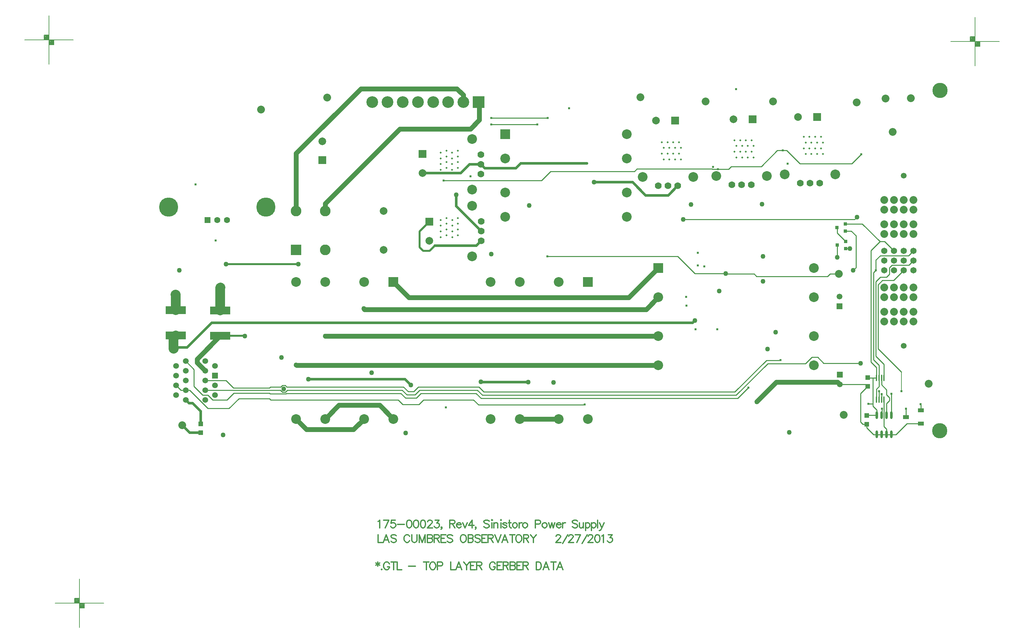
<source format=gtl>
%FSLAX23Y23*%
%MOIN*%
G70*
G01*
G75*
G04 Layer_Physical_Order=1*
G04 Layer_Color=255*
%ADD10O,0.024X0.079*%
%ADD11R,0.050X0.050*%
%ADD12O,0.014X0.067*%
%ADD13R,0.059X0.039*%
%ADD14R,0.036X0.036*%
%ADD15R,0.209X0.079*%
%ADD16C,0.010*%
%ADD17C,0.025*%
%ADD18C,0.050*%
%ADD19C,0.020*%
%ADD20C,0.100*%
%ADD21C,0.007*%
%ADD22C,0.012*%
%ADD23C,0.008*%
%ADD24C,0.012*%
%ADD25C,0.012*%
%ADD26R,0.100X0.100*%
%ADD27C,0.100*%
%ADD28R,0.100X0.100*%
%ADD29C,0.020*%
%ADD30C,0.063*%
%ADD31R,0.063X0.063*%
%ADD32C,0.070*%
%ADD33C,0.110*%
%ADD34R,0.110X0.110*%
%ADD35C,0.079*%
%ADD36C,0.059*%
%ADD37C,0.080*%
%ADD38C,0.065*%
%ADD39R,0.059X0.059*%
%ADD40R,0.059X0.059*%
%ADD41C,0.120*%
%ADD42R,0.120X0.120*%
%ADD43R,0.079X0.079*%
%ADD44R,0.079X0.079*%
%ADD45C,0.197*%
%ADD46C,0.157*%
%ADD47C,0.024*%
%ADD48C,0.050*%
D10*
X25236Y16008D02*
D03*
X25186D02*
D03*
X25136D02*
D03*
X25086D02*
D03*
X25236Y15811D02*
D03*
X25186D02*
D03*
X25136D02*
D03*
X25086D02*
D03*
D11*
X18136Y15830D02*
D03*
Y15920D02*
D03*
X24981Y15915D02*
D03*
Y16005D02*
D03*
X24991Y16305D02*
D03*
Y16395D02*
D03*
D12*
X25160Y16392D02*
D03*
X25134D02*
D03*
X25109D02*
D03*
X25083D02*
D03*
X25160Y16168D02*
D03*
X25134D02*
D03*
X25109D02*
D03*
X25083D02*
D03*
D13*
X25538Y16059D02*
D03*
X25385Y15990D02*
D03*
X25538Y15921D02*
D03*
D14*
X24764Y17797D02*
D03*
X24678Y17760D02*
D03*
X24764Y17723D02*
D03*
X24763Y17902D02*
D03*
X24677Y17939D02*
D03*
X24763Y17976D02*
D03*
D15*
X17879Y17089D02*
D03*
Y16829D02*
D03*
X18336Y17085D02*
D03*
Y16825D02*
D03*
D16*
X25160Y16392D02*
Y16533D01*
X25077Y16616D02*
X25160Y16533D01*
X25077Y16616D02*
Y17382D01*
X25123Y17428D01*
X25184D01*
X25215Y17459D01*
Y17526D01*
X25241Y17552D01*
X25416D01*
X25462Y17598D01*
X25413Y17649D02*
X25462Y17698D01*
X25122Y17649D02*
X25413D01*
X25077Y17604D02*
X25122Y17649D01*
X25077Y17500D02*
Y17604D01*
X25053Y17476D02*
X25077Y17500D01*
X25053Y16578D02*
Y17476D01*
X17882Y16314D02*
X17932Y16264D01*
X17982D01*
X18021D01*
X17982Y16564D02*
X18067Y16479D01*
Y16305D02*
Y16479D01*
Y16305D02*
X18156Y16216D01*
X18209D01*
X18259Y16166D01*
X23452Y18540D02*
X23562D01*
X23394D02*
X23452D01*
X24118Y18732D02*
X24160D01*
X24063D02*
X24118D01*
X24829Y18595D02*
X24927Y18693D01*
X24297Y18595D02*
X24829D01*
X24160Y18732D02*
X24297Y18595D01*
X23898Y18567D02*
X24063Y18732D01*
X23589Y18567D02*
X23898D01*
X23562Y18540D02*
X23589Y18567D01*
X23391Y18543D02*
X23394Y18540D01*
X22620Y18543D02*
X23391D01*
X22594Y18517D02*
X22620Y18543D01*
X21732Y18517D02*
X22594D01*
X21638Y18423D02*
X21732Y18517D01*
X20632Y18423D02*
X21638D01*
X21121Y19066D02*
X21123Y19064D01*
X21703D01*
X21699Y17641D02*
X23039D01*
X23216Y17464D01*
X23531D01*
X21594Y18999D02*
X21595Y18998D01*
X21121Y18999D02*
X21594D01*
X25119Y17794D02*
X25166D01*
X25262Y17698D01*
X25027Y17703D02*
X25119Y17794D01*
X24936Y17977D02*
X25119Y17794D01*
X24764Y17977D02*
X24936D01*
X24822Y17903D02*
X24871Y17854D01*
Y17527D02*
Y17854D01*
X24845Y17501D02*
X24871Y17527D01*
X24604Y17461D02*
X24694D01*
X24578Y17435D02*
X24604Y17461D01*
X23850Y17435D02*
X24578D01*
X24694Y17461D02*
X24696Y17463D01*
X23534Y17461D02*
X23824D01*
X23850Y17435D01*
X23096Y18021D02*
X24855D01*
X24881Y18047D01*
X24353Y16540D02*
X24418Y16605D01*
X24478D01*
X24540Y16543D01*
X24919D01*
X23952Y16573D02*
X24095D01*
X23654Y16182D02*
X23764Y16292D01*
X20991Y16116D02*
X22081D01*
X18528Y16179D02*
X18842D01*
X18477Y16236D02*
X18842D01*
X18182Y16264D02*
X18956D01*
X18472Y16289D02*
X18842D01*
X21018Y16182D02*
X23654D01*
X23965Y16540D02*
X24353D01*
X23640Y16215D02*
X23965Y16540D01*
X21032Y16215D02*
X23640D01*
X23627Y16248D02*
X23952Y16573D01*
X21045Y16248D02*
X23627D01*
X20994Y16299D02*
X21045Y16248D01*
X20372Y16299D02*
X20994D01*
X20980Y16266D02*
X21032Y16215D01*
X20385Y16266D02*
X20980D01*
X20966Y16233D02*
X21018Y16182D01*
X20399Y16233D02*
X20966D01*
X20939Y16167D02*
X20991Y16116D01*
X20324Y16252D02*
X20372Y16299D01*
X20220D02*
X20268Y16252D01*
X19020Y16299D02*
X20220D01*
X20427Y16167D02*
X20939D01*
X20379Y16120D02*
X20427Y16167D01*
X20213Y16120D02*
X20379D01*
X20166Y16167D02*
X20213Y16120D01*
X18854Y16167D02*
X20166D01*
X20352Y16186D02*
X20399Y16233D01*
X20241Y16186D02*
X20352D01*
X20193Y16233D02*
X20241Y16186D01*
X20338Y16219D02*
X20385Y16266D01*
X20254Y16219D02*
X20338D01*
X20207Y16266D02*
X20254Y16219D01*
X19026Y16266D02*
X20207D01*
X20268Y16252D02*
X20324D01*
X19005Y16315D02*
X19020Y16299D01*
X18976Y16315D02*
X19005D01*
X18960Y16299D02*
X18976Y16315D01*
X18853Y16299D02*
X18960D01*
X18842Y16289D02*
X18853Y16299D01*
X18848Y16230D02*
X19011D01*
X18842Y16236D02*
X18848Y16230D01*
X19005Y16245D02*
X19026Y16266D01*
X18956Y16264D02*
X18976Y16245D01*
X19014Y16233D02*
X20193D01*
X19011Y16230D02*
X19014Y16233D01*
X18976Y16245D02*
X19005D01*
X18842Y16179D02*
X18854Y16167D01*
X18427Y16078D02*
X18528Y16179D01*
X18208Y16078D02*
X18427D01*
X18021Y16264D02*
X18208Y16078D01*
X18407Y16166D02*
X18477Y16236D01*
X18259Y16166D02*
X18407D01*
X18397Y16364D02*
X18472Y16289D01*
X18182Y16364D02*
X18397D01*
X23531Y17464D02*
X23534Y17461D01*
X24678Y17634D02*
X24680Y17632D01*
X24678Y17634D02*
Y17760D01*
X25186Y15809D02*
X25282D01*
X25051D02*
X25186D01*
Y15811D02*
Y15866D01*
Y15809D02*
Y15811D01*
X25160Y15892D02*
X25186Y15866D01*
X25160Y15892D02*
Y16167D01*
X25160Y16168D02*
X25160Y16167D01*
X25394Y15921D02*
X25538D01*
X25282Y15809D02*
X25394Y15921D01*
X24981Y15879D02*
X25051Y15809D01*
X24981Y15879D02*
Y15915D01*
X24918Y16232D02*
X24991Y16305D01*
X24918Y15938D02*
Y16232D01*
Y15938D02*
X24941Y15915D01*
X24981D01*
X24972Y16324D02*
X24991Y16305D01*
X24707Y16324D02*
X24972D01*
X23852Y16145D02*
Y16148D01*
X24764Y17903D02*
X24822D01*
X24808Y17723D02*
X24810Y17721D01*
X24764Y17723D02*
X24808D01*
X24678Y17883D02*
X24764Y17797D01*
X24678Y17883D02*
Y17940D01*
X24985Y16008D02*
X25086D01*
X24981Y16005D02*
X24985Y16008D01*
X25083Y16168D02*
Y16278D01*
X25109Y16303D01*
Y16392D01*
Y16168D02*
Y16254D01*
X25134Y16168D02*
Y16227D01*
X25236Y16008D02*
Y16228D01*
X25186Y16008D02*
Y16128D01*
X25216Y16158D01*
Y16189D01*
X25186Y16219D02*
X25216Y16189D01*
X25186Y16219D02*
Y16270D01*
X25134Y16322D02*
X25186Y16270D01*
X25134Y16322D02*
Y16392D01*
X25385Y15990D02*
Y16074D01*
X25384Y16074D02*
X25385Y16074D01*
X25138Y16010D02*
Y16075D01*
X25136Y16008D02*
X25138Y16010D01*
X25083Y16392D02*
Y16499D01*
X24991Y16395D02*
X24994Y16392D01*
X25086Y16008D02*
Y16063D01*
X25047Y16102D02*
X25086Y16063D01*
X24994Y16392D02*
X25047D01*
X25083D01*
X25538Y16059D02*
Y16121D01*
X25537Y16122D02*
X25538Y16121D01*
X25047Y16102D02*
Y16124D01*
Y16392D01*
X24998Y16124D02*
X25047D01*
X25027Y16555D02*
X25083Y16499D01*
X25027Y16555D02*
Y17703D01*
X25053Y16578D02*
X25109Y16523D01*
Y16392D02*
Y16523D01*
X25258Y17394D02*
X25362Y17498D01*
X25143Y17394D02*
X25258D01*
X25098Y17349D02*
X25143Y17394D01*
X25098Y16693D02*
Y17349D01*
Y16693D02*
X25338Y16453D01*
D17*
X17982Y16164D02*
X18014Y16133D01*
X18053D01*
X21727Y16959D02*
X23193D01*
X18249D02*
X21727D01*
X18053Y16133D02*
X18136Y16050D01*
Y15920D02*
Y16050D01*
X17945Y15906D02*
X18021Y15830D01*
X18136D01*
X23193Y16959D02*
X23215Y16981D01*
X17995Y16705D02*
X18249Y16959D01*
X17872Y16705D02*
X17995D01*
X17858Y16691D02*
X17872Y16705D01*
X20761Y18160D02*
Y18274D01*
Y18160D02*
X21019Y17903D01*
X22941Y18270D02*
X23039Y18369D01*
X22710Y18270D02*
X22941D01*
X22576Y18404D02*
X22710Y18270D01*
X22179Y18404D02*
X22576D01*
X20415Y18499D02*
X20809D01*
X20900Y18590D01*
X21016D01*
X21056Y18550D01*
X21375D01*
X21424Y18599D01*
X22104D01*
X20543Y17752D02*
X20968D01*
X21019Y17803D01*
X21015Y16353D02*
X21018Y16350D01*
X21502D01*
X20237Y16379D02*
X20296Y16320D01*
X19242Y16379D02*
X20237D01*
D18*
X18098Y16548D02*
X18182Y16464D01*
X18098Y16548D02*
Y16587D01*
X19116Y18110D02*
Y18701D01*
X20908Y18953D02*
X21000Y19045D01*
X20182Y18953D02*
X20908D01*
X19416Y18187D02*
X20182Y18953D01*
X19416Y18110D02*
Y18187D01*
X19122Y16521D02*
X20007D01*
X19116Y16527D02*
X19122Y16521D01*
X19811Y17105D02*
X19820Y17096D01*
X24682Y16349D02*
X24707Y16324D01*
X24053Y16349D02*
X24682D01*
X23852Y16148D02*
X24053Y16349D01*
X20007Y16521D02*
X22839D01*
X19974D02*
X20007D01*
X19973Y16822D02*
X19974Y16821D01*
X19416Y16822D02*
X19973D01*
X21414Y15970D02*
X21814D01*
X19115D02*
X19223Y15862D01*
X19707D01*
X19815Y15970D01*
X19415D02*
X19556Y16111D01*
X19974D01*
X20115Y15970D01*
X18098Y16587D02*
X18336Y16825D01*
X19974Y16821D02*
X22839D01*
X22714Y17096D02*
X22839Y17221D01*
X19820Y17096D02*
X22714D01*
X22536Y17218D02*
X22839Y17521D01*
X20277Y17218D02*
X22536D01*
X20115Y17380D02*
X20277Y17218D01*
X19116Y18701D02*
X19782Y19367D01*
X20770D01*
X20836Y19301D01*
Y19228D02*
Y19301D01*
X21000Y19045D02*
Y19220D01*
X20992Y19228D02*
X21000Y19220D01*
D19*
X18587Y16825D02*
X18590Y16822D01*
X18336Y16825D02*
X18587D01*
X18395Y17561D02*
X19140D01*
X20385Y17898D02*
X20486Y17998D01*
X20385Y17736D02*
Y17898D01*
Y17736D02*
X20423Y17698D01*
X20490D01*
X20543Y17752D01*
D20*
X17857Y16691D02*
Y16807D01*
X18336Y17319D02*
X18340Y17323D01*
X18336Y17085D02*
Y17319D01*
X17857Y16691D02*
X17858D01*
X17857Y16807D02*
X17879Y16829D01*
X17877Y17250D02*
X17879Y17248D01*
Y17089D02*
Y17248D01*
D21*
X25338Y16254D02*
Y16453D01*
X23639Y19363D02*
X23644Y19359D01*
D22*
X19956Y14499D02*
Y14454D01*
X19937Y14488D02*
X19975Y14465D01*
Y14488D02*
X19937Y14465D01*
X19995Y14427D02*
X19991Y14423D01*
X19995Y14419D01*
X19999Y14423D01*
X19995Y14427D01*
X20074Y14480D02*
X20070Y14488D01*
X20062Y14496D01*
X20055Y14499D01*
X20039D01*
X20032Y14496D01*
X20024Y14488D01*
X20020Y14480D01*
X20017Y14469D01*
Y14450D01*
X20020Y14439D01*
X20024Y14431D01*
X20032Y14423D01*
X20039Y14419D01*
X20055D01*
X20062Y14423D01*
X20070Y14431D01*
X20074Y14439D01*
Y14450D01*
X20055D02*
X20074D01*
X20119Y14499D02*
Y14419D01*
X20092Y14499D02*
X20145D01*
X20155D02*
Y14419D01*
X20201D01*
X20272Y14454D02*
X20341D01*
X20454Y14499D02*
Y14419D01*
X20427Y14499D02*
X20481D01*
X20513D02*
X20505Y14496D01*
X20498Y14488D01*
X20494Y14480D01*
X20490Y14469D01*
Y14450D01*
X20494Y14439D01*
X20498Y14431D01*
X20505Y14423D01*
X20513Y14419D01*
X20528D01*
X20536Y14423D01*
X20543Y14431D01*
X20547Y14439D01*
X20551Y14450D01*
Y14469D01*
X20547Y14480D01*
X20543Y14488D01*
X20536Y14496D01*
X20528Y14499D01*
X20513D01*
X20570Y14458D02*
X20604D01*
X20615Y14461D01*
X20619Y14465D01*
X20623Y14473D01*
Y14484D01*
X20619Y14492D01*
X20615Y14496D01*
X20604Y14499D01*
X20570D01*
Y14419D01*
X20704Y14499D02*
Y14419D01*
X20749D01*
X20819D02*
X20789Y14499D01*
X20758Y14419D01*
X20770Y14446D02*
X20808D01*
X20838Y14499D02*
X20868Y14461D01*
Y14419D01*
X20899Y14499D02*
X20868Y14461D01*
X20959Y14499D02*
X20909D01*
Y14419D01*
X20959D01*
X20909Y14461D02*
X20939D01*
X20972Y14499D02*
Y14419D01*
Y14499D02*
X21006D01*
X21018Y14496D01*
X21021Y14492D01*
X21025Y14484D01*
Y14477D01*
X21021Y14469D01*
X21018Y14465D01*
X21006Y14461D01*
X20972D01*
X20999D02*
X21025Y14419D01*
X21163Y14480D02*
X21159Y14488D01*
X21152Y14496D01*
X21144Y14499D01*
X21129D01*
X21121Y14496D01*
X21114Y14488D01*
X21110Y14480D01*
X21106Y14469D01*
Y14450D01*
X21110Y14439D01*
X21114Y14431D01*
X21121Y14423D01*
X21129Y14419D01*
X21144D01*
X21152Y14423D01*
X21159Y14431D01*
X21163Y14439D01*
Y14450D01*
X21144D02*
X21163D01*
X21231Y14499D02*
X21181D01*
Y14419D01*
X21231D01*
X21181Y14461D02*
X21212D01*
X21244Y14499D02*
Y14419D01*
Y14499D02*
X21278D01*
X21290Y14496D01*
X21294Y14492D01*
X21297Y14484D01*
Y14477D01*
X21294Y14469D01*
X21290Y14465D01*
X21278Y14461D01*
X21244D01*
X21271D02*
X21297Y14419D01*
X21315Y14499D02*
Y14419D01*
Y14499D02*
X21350D01*
X21361Y14496D01*
X21365Y14492D01*
X21369Y14484D01*
Y14477D01*
X21365Y14469D01*
X21361Y14465D01*
X21350Y14461D01*
X21315D02*
X21350D01*
X21361Y14458D01*
X21365Y14454D01*
X21369Y14446D01*
Y14435D01*
X21365Y14427D01*
X21361Y14423D01*
X21350Y14419D01*
X21315D01*
X21436Y14499D02*
X21387D01*
Y14419D01*
X21436D01*
X21387Y14461D02*
X21417D01*
X21449Y14499D02*
Y14419D01*
Y14499D02*
X21484D01*
X21495Y14496D01*
X21499Y14492D01*
X21503Y14484D01*
Y14477D01*
X21499Y14469D01*
X21495Y14465D01*
X21484Y14461D01*
X21449D01*
X21476D02*
X21503Y14419D01*
X21584Y14499D02*
Y14419D01*
Y14499D02*
X21610D01*
X21622Y14496D01*
X21629Y14488D01*
X21633Y14480D01*
X21637Y14469D01*
Y14450D01*
X21633Y14439D01*
X21629Y14431D01*
X21622Y14423D01*
X21610Y14419D01*
X21584D01*
X21716D02*
X21685Y14499D01*
X21655Y14419D01*
X21666Y14446D02*
X21704D01*
X21761Y14499D02*
Y14419D01*
X21734Y14499D02*
X21788D01*
X21858Y14419D02*
X21828Y14499D01*
X21797Y14419D01*
X21809Y14446D02*
X21847D01*
D23*
X26066Y19877D02*
X26076D01*
X26066Y19872D02*
Y19882D01*
Y19872D02*
X26076D01*
Y19882D01*
X26066D02*
X26076D01*
X26061Y19867D02*
Y19882D01*
Y19867D02*
X26081D01*
Y19887D01*
X26061D02*
X26081D01*
X26056Y19862D02*
Y19887D01*
Y19862D02*
X26086D01*
Y19892D01*
X26056D02*
X26086D01*
X26051Y19857D02*
Y19897D01*
Y19857D02*
X26091D01*
Y19897D01*
X26051D02*
X26091D01*
X26116Y19827D02*
X26126D01*
X26116Y19822D02*
Y19832D01*
Y19822D02*
X26126D01*
Y19832D01*
X26116D02*
X26126D01*
X26111Y19817D02*
Y19832D01*
Y19817D02*
X26131D01*
Y19837D01*
X26111D02*
X26131D01*
X26106Y19812D02*
Y19837D01*
Y19812D02*
X26136D01*
Y19842D01*
X26106D02*
X26136D01*
X26101Y19807D02*
Y19847D01*
Y19807D02*
X26141D01*
Y19847D01*
X26101D02*
X26141D01*
X26096Y19802D02*
X26146D01*
Y19852D01*
X26046Y19902D02*
X26096D01*
X26046Y19852D02*
Y19902D01*
X26096Y19602D02*
Y20102D01*
X25846Y19852D02*
X26346D01*
X16547Y19893D02*
X16557D01*
X16547Y19888D02*
Y19898D01*
Y19888D02*
X16557D01*
Y19898D01*
X16547D02*
X16557D01*
X16542Y19883D02*
Y19898D01*
Y19883D02*
X16562D01*
Y19903D01*
X16542D02*
X16562D01*
X16537Y19878D02*
Y19903D01*
Y19878D02*
X16567D01*
Y19908D01*
X16537D02*
X16567D01*
X16532Y19873D02*
Y19913D01*
Y19873D02*
X16572D01*
Y19913D01*
X16532D02*
X16572D01*
X16597Y19843D02*
X16607D01*
X16597Y19838D02*
Y19848D01*
Y19838D02*
X16607D01*
Y19848D01*
X16597D02*
X16607D01*
X16592Y19833D02*
Y19848D01*
Y19833D02*
X16612D01*
Y19853D01*
X16592D02*
X16612D01*
X16587Y19828D02*
Y19853D01*
Y19828D02*
X16617D01*
Y19858D01*
X16587D02*
X16617D01*
X16582Y19823D02*
Y19863D01*
Y19823D02*
X16622D01*
Y19863D01*
X16582D02*
X16622D01*
X16577Y19818D02*
X16627D01*
Y19868D01*
X16527Y19918D02*
X16577D01*
X16527Y19868D02*
Y19918D01*
X16577Y19618D02*
Y20118D01*
X16327Y19868D02*
X16827D01*
X16860Y14102D02*
X16870D01*
X16860Y14097D02*
Y14107D01*
Y14097D02*
X16870D01*
Y14107D01*
X16860D02*
X16870D01*
X16855Y14092D02*
Y14107D01*
Y14092D02*
X16875D01*
Y14112D01*
X16855D02*
X16875D01*
X16850Y14087D02*
Y14112D01*
Y14087D02*
X16880D01*
Y14117D01*
X16850D02*
X16880D01*
X16845Y14082D02*
Y14122D01*
Y14082D02*
X16885D01*
Y14122D01*
X16845D02*
X16885D01*
X16910Y14052D02*
X16920D01*
X16910Y14047D02*
Y14057D01*
Y14047D02*
X16920D01*
Y14057D01*
X16910D02*
X16920D01*
X16905Y14042D02*
Y14057D01*
Y14042D02*
X16925D01*
Y14062D01*
X16905D02*
X16925D01*
X16900Y14037D02*
Y14062D01*
Y14037D02*
X16930D01*
Y14067D01*
X16900D02*
X16930D01*
X16895Y14032D02*
Y14072D01*
Y14032D02*
X16935D01*
Y14072D01*
X16895D02*
X16935D01*
X16890Y14027D02*
X16940D01*
Y14077D01*
X16840Y14127D02*
X16890D01*
X16840Y14077D02*
Y14127D01*
X16890Y13827D02*
Y14327D01*
X16640Y14077D02*
X17140D01*
D24*
X19958Y14780D02*
Y14700D01*
X20004D01*
X20073D02*
X20043Y14780D01*
X20013Y14700D01*
X20024Y14727D02*
X20062D01*
X20145Y14769D02*
X20138Y14776D01*
X20126Y14780D01*
X20111D01*
X20100Y14776D01*
X20092Y14769D01*
Y14761D01*
X20096Y14753D01*
X20100Y14750D01*
X20107Y14746D01*
X20130Y14738D01*
X20138Y14734D01*
X20142Y14731D01*
X20145Y14723D01*
Y14711D01*
X20138Y14704D01*
X20126Y14700D01*
X20111D01*
X20100Y14704D01*
X20092Y14711D01*
X20283Y14761D02*
X20280Y14769D01*
X20272Y14776D01*
X20264Y14780D01*
X20249D01*
X20241Y14776D01*
X20234Y14769D01*
X20230Y14761D01*
X20226Y14750D01*
Y14731D01*
X20230Y14719D01*
X20234Y14711D01*
X20241Y14704D01*
X20249Y14700D01*
X20264D01*
X20272Y14704D01*
X20280Y14711D01*
X20283Y14719D01*
X20306Y14780D02*
Y14723D01*
X20310Y14711D01*
X20317Y14704D01*
X20329Y14700D01*
X20336D01*
X20348Y14704D01*
X20355Y14711D01*
X20359Y14723D01*
Y14780D01*
X20381D02*
Y14700D01*
Y14780D02*
X20412Y14700D01*
X20442Y14780D02*
X20412Y14700D01*
X20442Y14780D02*
Y14700D01*
X20465Y14780D02*
Y14700D01*
Y14780D02*
X20499D01*
X20511Y14776D01*
X20515Y14772D01*
X20518Y14765D01*
Y14757D01*
X20515Y14750D01*
X20511Y14746D01*
X20499Y14742D01*
X20465D02*
X20499D01*
X20511Y14738D01*
X20515Y14734D01*
X20518Y14727D01*
Y14715D01*
X20515Y14708D01*
X20511Y14704D01*
X20499Y14700D01*
X20465D01*
X20536Y14780D02*
Y14700D01*
Y14780D02*
X20570D01*
X20582Y14776D01*
X20586Y14772D01*
X20590Y14765D01*
Y14757D01*
X20586Y14750D01*
X20582Y14746D01*
X20570Y14742D01*
X20536D01*
X20563D02*
X20590Y14700D01*
X20657Y14780D02*
X20607D01*
Y14700D01*
X20657D01*
X20607Y14742D02*
X20638D01*
X20724Y14769D02*
X20716Y14776D01*
X20705Y14780D01*
X20689D01*
X20678Y14776D01*
X20670Y14769D01*
Y14761D01*
X20674Y14753D01*
X20678Y14750D01*
X20686Y14746D01*
X20708Y14738D01*
X20716Y14734D01*
X20720Y14731D01*
X20724Y14723D01*
Y14711D01*
X20716Y14704D01*
X20705Y14700D01*
X20689D01*
X20678Y14704D01*
X20670Y14711D01*
X20827Y14780D02*
X20820Y14776D01*
X20812Y14769D01*
X20808Y14761D01*
X20804Y14750D01*
Y14731D01*
X20808Y14719D01*
X20812Y14711D01*
X20820Y14704D01*
X20827Y14700D01*
X20842D01*
X20850Y14704D01*
X20858Y14711D01*
X20861Y14719D01*
X20865Y14731D01*
Y14750D01*
X20861Y14761D01*
X20858Y14769D01*
X20850Y14776D01*
X20842Y14780D01*
X20827D01*
X20884D02*
Y14700D01*
Y14780D02*
X20918D01*
X20930Y14776D01*
X20933Y14772D01*
X20937Y14765D01*
Y14757D01*
X20933Y14750D01*
X20930Y14746D01*
X20918Y14742D01*
X20884D02*
X20918D01*
X20930Y14738D01*
X20933Y14734D01*
X20937Y14727D01*
Y14715D01*
X20933Y14708D01*
X20930Y14704D01*
X20918Y14700D01*
X20884D01*
X21008Y14769D02*
X21001Y14776D01*
X20989Y14780D01*
X20974D01*
X20963Y14776D01*
X20955Y14769D01*
Y14761D01*
X20959Y14753D01*
X20963Y14750D01*
X20970Y14746D01*
X20993Y14738D01*
X21001Y14734D01*
X21005Y14731D01*
X21008Y14723D01*
Y14711D01*
X21001Y14704D01*
X20989Y14700D01*
X20974D01*
X20963Y14704D01*
X20955Y14711D01*
X21076Y14780D02*
X21026D01*
Y14700D01*
X21076D01*
X21026Y14742D02*
X21057D01*
X21089Y14780D02*
Y14700D01*
Y14780D02*
X21124D01*
X21135Y14776D01*
X21139Y14772D01*
X21143Y14765D01*
Y14757D01*
X21139Y14750D01*
X21135Y14746D01*
X21124Y14742D01*
X21089D01*
X21116D02*
X21143Y14700D01*
X21160Y14780D02*
X21191Y14700D01*
X21221Y14780D02*
X21191Y14700D01*
X21293D02*
X21262Y14780D01*
X21232Y14700D01*
X21243Y14727D02*
X21281D01*
X21338Y14780D02*
Y14700D01*
X21311Y14780D02*
X21365D01*
X21397D02*
X21389Y14776D01*
X21382Y14769D01*
X21378Y14761D01*
X21374Y14750D01*
Y14731D01*
X21378Y14719D01*
X21382Y14711D01*
X21389Y14704D01*
X21397Y14700D01*
X21412D01*
X21420Y14704D01*
X21427Y14711D01*
X21431Y14719D01*
X21435Y14731D01*
Y14750D01*
X21431Y14761D01*
X21427Y14769D01*
X21420Y14776D01*
X21412Y14780D01*
X21397D01*
X21454D02*
Y14700D01*
Y14780D02*
X21488D01*
X21499Y14776D01*
X21503Y14772D01*
X21507Y14765D01*
Y14757D01*
X21503Y14750D01*
X21499Y14746D01*
X21488Y14742D01*
X21454D01*
X21480D02*
X21507Y14700D01*
X21525Y14780D02*
X21555Y14742D01*
Y14700D01*
X21586Y14780D02*
X21555Y14742D01*
X21789Y14761D02*
Y14765D01*
X21792Y14772D01*
X21796Y14776D01*
X21804Y14780D01*
X21819D01*
X21827Y14776D01*
X21830Y14772D01*
X21834Y14765D01*
Y14757D01*
X21830Y14750D01*
X21823Y14738D01*
X21785Y14700D01*
X21838D01*
X21856Y14689D02*
X21909Y14780D01*
X21918Y14761D02*
Y14765D01*
X21922Y14772D01*
X21926Y14776D01*
X21934Y14780D01*
X21949D01*
X21956Y14776D01*
X21960Y14772D01*
X21964Y14765D01*
Y14757D01*
X21960Y14750D01*
X21953Y14738D01*
X21915Y14700D01*
X21968D01*
X22039Y14780D02*
X22001Y14700D01*
X21986Y14780D02*
X22039D01*
X22057Y14689D02*
X22110Y14780D01*
X22119Y14761D02*
Y14765D01*
X22123Y14772D01*
X22127Y14776D01*
X22135Y14780D01*
X22150D01*
X22158Y14776D01*
X22161Y14772D01*
X22165Y14765D01*
Y14757D01*
X22161Y14750D01*
X22154Y14738D01*
X22116Y14700D01*
X22169D01*
X22210Y14780D02*
X22198Y14776D01*
X22191Y14765D01*
X22187Y14746D01*
Y14734D01*
X22191Y14715D01*
X22198Y14704D01*
X22210Y14700D01*
X22217D01*
X22229Y14704D01*
X22236Y14715D01*
X22240Y14734D01*
Y14746D01*
X22236Y14765D01*
X22229Y14776D01*
X22217Y14780D01*
X22210D01*
X22258Y14765D02*
X22266Y14769D01*
X22277Y14780D01*
Y14700D01*
X22324Y14780D02*
X22366D01*
X22343Y14750D01*
X22355D01*
X22362Y14746D01*
X22366Y14742D01*
X22370Y14731D01*
Y14723D01*
X22366Y14711D01*
X22359Y14704D01*
X22347Y14700D01*
X22336D01*
X22324Y14704D01*
X22321Y14708D01*
X22317Y14715D01*
D25*
X19958Y14915D02*
X19966Y14919D01*
X19977Y14930D01*
Y14850D01*
X20070Y14930D02*
X20032Y14850D01*
X20017Y14930D02*
X20070D01*
X20134D02*
X20096D01*
X20092Y14896D01*
X20096Y14900D01*
X20107Y14903D01*
X20118D01*
X20130Y14900D01*
X20137Y14892D01*
X20141Y14881D01*
Y14873D01*
X20137Y14861D01*
X20130Y14854D01*
X20118Y14850D01*
X20107D01*
X20096Y14854D01*
X20092Y14858D01*
X20088Y14865D01*
X20159Y14884D02*
X20228D01*
X20274Y14930D02*
X20263Y14926D01*
X20255Y14915D01*
X20251Y14896D01*
Y14884D01*
X20255Y14865D01*
X20263Y14854D01*
X20274Y14850D01*
X20282D01*
X20293Y14854D01*
X20301Y14865D01*
X20305Y14884D01*
Y14896D01*
X20301Y14915D01*
X20293Y14926D01*
X20282Y14930D01*
X20274D01*
X20345D02*
X20334Y14926D01*
X20326Y14915D01*
X20323Y14896D01*
Y14884D01*
X20326Y14865D01*
X20334Y14854D01*
X20345Y14850D01*
X20353D01*
X20364Y14854D01*
X20372Y14865D01*
X20376Y14884D01*
Y14896D01*
X20372Y14915D01*
X20364Y14926D01*
X20353Y14930D01*
X20345D01*
X20417D02*
X20405Y14926D01*
X20398Y14915D01*
X20394Y14896D01*
Y14884D01*
X20398Y14865D01*
X20405Y14854D01*
X20417Y14850D01*
X20424D01*
X20436Y14854D01*
X20443Y14865D01*
X20447Y14884D01*
Y14896D01*
X20443Y14915D01*
X20436Y14926D01*
X20424Y14930D01*
X20417D01*
X20469Y14911D02*
Y14915D01*
X20473Y14922D01*
X20476Y14926D01*
X20484Y14930D01*
X20499D01*
X20507Y14926D01*
X20511Y14922D01*
X20515Y14915D01*
Y14907D01*
X20511Y14900D01*
X20503Y14888D01*
X20465Y14850D01*
X20518D01*
X20544Y14930D02*
X20586D01*
X20563Y14900D01*
X20574D01*
X20582Y14896D01*
X20586Y14892D01*
X20590Y14881D01*
Y14873D01*
X20586Y14861D01*
X20578Y14854D01*
X20567Y14850D01*
X20555D01*
X20544Y14854D01*
X20540Y14858D01*
X20536Y14865D01*
X20615Y14854D02*
X20611Y14850D01*
X20607Y14854D01*
X20611Y14858D01*
X20615Y14854D01*
Y14846D01*
X20611Y14839D01*
X20607Y14835D01*
X20695Y14930D02*
Y14850D01*
Y14930D02*
X20730D01*
X20741Y14926D01*
X20745Y14922D01*
X20749Y14915D01*
Y14907D01*
X20745Y14900D01*
X20741Y14896D01*
X20730Y14892D01*
X20695D01*
X20722D02*
X20749Y14850D01*
X20767Y14881D02*
X20812D01*
Y14888D01*
X20809Y14896D01*
X20805Y14900D01*
X20797Y14903D01*
X20786D01*
X20778Y14900D01*
X20770Y14892D01*
X20767Y14881D01*
Y14873D01*
X20770Y14861D01*
X20778Y14854D01*
X20786Y14850D01*
X20797D01*
X20805Y14854D01*
X20812Y14861D01*
X20829Y14903D02*
X20852Y14850D01*
X20875Y14903D02*
X20852Y14850D01*
X20926Y14930D02*
X20888Y14877D01*
X20945D01*
X20926Y14930D02*
Y14850D01*
X20967Y14854D02*
X20963Y14850D01*
X20959Y14854D01*
X20963Y14858D01*
X20967Y14854D01*
Y14846D01*
X20963Y14839D01*
X20959Y14835D01*
X21101Y14919D02*
X21093Y14926D01*
X21082Y14930D01*
X21066D01*
X21055Y14926D01*
X21047Y14919D01*
Y14911D01*
X21051Y14903D01*
X21055Y14900D01*
X21063Y14896D01*
X21085Y14888D01*
X21093Y14884D01*
X21097Y14881D01*
X21101Y14873D01*
Y14861D01*
X21093Y14854D01*
X21082Y14850D01*
X21066D01*
X21055Y14854D01*
X21047Y14861D01*
X21126Y14930D02*
X21130Y14926D01*
X21134Y14930D01*
X21130Y14934D01*
X21126Y14930D01*
X21130Y14903D02*
Y14850D01*
X21148Y14903D02*
Y14850D01*
Y14888D02*
X21159Y14900D01*
X21167Y14903D01*
X21178D01*
X21186Y14900D01*
X21190Y14888D01*
Y14850D01*
X21218Y14930D02*
X21222Y14926D01*
X21226Y14930D01*
X21222Y14934D01*
X21218Y14930D01*
X21222Y14903D02*
Y14850D01*
X21282Y14892D02*
X21278Y14900D01*
X21267Y14903D01*
X21255D01*
X21244Y14900D01*
X21240Y14892D01*
X21244Y14884D01*
X21251Y14881D01*
X21271Y14877D01*
X21278Y14873D01*
X21282Y14865D01*
Y14861D01*
X21278Y14854D01*
X21267Y14850D01*
X21255D01*
X21244Y14854D01*
X21240Y14861D01*
X21310Y14930D02*
Y14865D01*
X21314Y14854D01*
X21322Y14850D01*
X21329D01*
X21299Y14903D02*
X21325D01*
X21360D02*
X21352Y14900D01*
X21344Y14892D01*
X21341Y14881D01*
Y14873D01*
X21344Y14861D01*
X21352Y14854D01*
X21360Y14850D01*
X21371D01*
X21379Y14854D01*
X21386Y14861D01*
X21390Y14873D01*
Y14881D01*
X21386Y14892D01*
X21379Y14900D01*
X21371Y14903D01*
X21360D01*
X21408D02*
Y14850D01*
Y14881D02*
X21411Y14892D01*
X21419Y14900D01*
X21427Y14903D01*
X21438D01*
X21464D02*
X21457Y14900D01*
X21449Y14892D01*
X21445Y14881D01*
Y14873D01*
X21449Y14861D01*
X21457Y14854D01*
X21464Y14850D01*
X21476D01*
X21483Y14854D01*
X21491Y14861D01*
X21495Y14873D01*
Y14881D01*
X21491Y14892D01*
X21483Y14900D01*
X21476Y14903D01*
X21464D01*
X21575Y14888D02*
X21610D01*
X21621Y14892D01*
X21625Y14896D01*
X21629Y14903D01*
Y14915D01*
X21625Y14922D01*
X21621Y14926D01*
X21610Y14930D01*
X21575D01*
Y14850D01*
X21665Y14903D02*
X21658Y14900D01*
X21650Y14892D01*
X21646Y14881D01*
Y14873D01*
X21650Y14861D01*
X21658Y14854D01*
X21665Y14850D01*
X21677D01*
X21685Y14854D01*
X21692Y14861D01*
X21696Y14873D01*
Y14881D01*
X21692Y14892D01*
X21685Y14900D01*
X21677Y14903D01*
X21665D01*
X21713D02*
X21729Y14850D01*
X21744Y14903D02*
X21729Y14850D01*
X21744Y14903D02*
X21759Y14850D01*
X21774Y14903D02*
X21759Y14850D01*
X21793Y14881D02*
X21839D01*
Y14888D01*
X21835Y14896D01*
X21831Y14900D01*
X21824Y14903D01*
X21812D01*
X21805Y14900D01*
X21797Y14892D01*
X21793Y14881D01*
Y14873D01*
X21797Y14861D01*
X21805Y14854D01*
X21812Y14850D01*
X21824D01*
X21831Y14854D01*
X21839Y14861D01*
X21856Y14903D02*
Y14850D01*
Y14881D02*
X21860Y14892D01*
X21867Y14900D01*
X21875Y14903D01*
X21886D01*
X22010Y14919D02*
X22002Y14926D01*
X21991Y14930D01*
X21976D01*
X21964Y14926D01*
X21956Y14919D01*
Y14911D01*
X21960Y14903D01*
X21964Y14900D01*
X21972Y14896D01*
X21995Y14888D01*
X22002Y14884D01*
X22006Y14881D01*
X22010Y14873D01*
Y14861D01*
X22002Y14854D01*
X21991Y14850D01*
X21976D01*
X21964Y14854D01*
X21956Y14861D01*
X22028Y14903D02*
Y14865D01*
X22032Y14854D01*
X22039Y14850D01*
X22051D01*
X22058Y14854D01*
X22070Y14865D01*
Y14903D02*
Y14850D01*
X22091Y14903D02*
Y14823D01*
Y14892D02*
X22098Y14900D01*
X22106Y14903D01*
X22117D01*
X22125Y14900D01*
X22132Y14892D01*
X22136Y14881D01*
Y14873D01*
X22132Y14861D01*
X22125Y14854D01*
X22117Y14850D01*
X22106D01*
X22098Y14854D01*
X22091Y14861D01*
X22153Y14903D02*
Y14823D01*
Y14892D02*
X22161Y14900D01*
X22169Y14903D01*
X22180D01*
X22188Y14900D01*
X22195Y14892D01*
X22199Y14881D01*
Y14873D01*
X22195Y14861D01*
X22188Y14854D01*
X22180Y14850D01*
X22169D01*
X22161Y14854D01*
X22153Y14861D01*
X22216Y14930D02*
Y14850D01*
X22237Y14903D02*
X22260Y14850D01*
X22283Y14903D02*
X22260Y14850D01*
X22252Y14835D01*
X22244Y14827D01*
X22237Y14823D01*
X22233D01*
D26*
X22839Y17521D02*
D03*
X21265Y18900D02*
D03*
D27*
X22839Y17221D02*
D03*
Y16821D02*
D03*
Y16521D02*
D03*
X24439D02*
D03*
Y16821D02*
D03*
Y17221D02*
D03*
Y17521D02*
D03*
X22515Y18900D02*
D03*
Y18650D02*
D03*
Y18300D02*
D03*
Y18050D02*
D03*
X21265D02*
D03*
Y18300D02*
D03*
Y18650D02*
D03*
X21814Y17380D02*
D03*
X21414D02*
D03*
X21114D02*
D03*
Y15970D02*
D03*
X21414D02*
D03*
X21814D02*
D03*
X22114D02*
D03*
X22679Y18460D02*
D03*
X23199D02*
D03*
X20927Y17643D02*
D03*
Y18163D02*
D03*
X20925Y18330D02*
D03*
Y18850D02*
D03*
X19815Y17380D02*
D03*
X19415D02*
D03*
X19115D02*
D03*
Y15970D02*
D03*
X19415D02*
D03*
X19815D02*
D03*
X20115D02*
D03*
X24139Y18486D02*
D03*
X24659D02*
D03*
X23435Y18469D02*
D03*
X23955D02*
D03*
D28*
X22114Y17380D02*
D03*
X20115D02*
D03*
D29*
X24512Y18871D02*
D03*
X24453D02*
D03*
X24393D02*
D03*
X24334D02*
D03*
X24354Y18812D02*
D03*
X24413D02*
D03*
X24472D02*
D03*
X24531D02*
D03*
X24512Y18753D02*
D03*
X24453D02*
D03*
X24393D02*
D03*
X24334D02*
D03*
X24354Y18694D02*
D03*
X24413D02*
D03*
X24472D02*
D03*
X24531D02*
D03*
X20603Y18017D02*
D03*
X20603Y17958D02*
D03*
Y17899D02*
D03*
Y17840D02*
D03*
X20662Y17860D02*
D03*
X20662Y17919D02*
D03*
X20662Y17978D02*
D03*
X20662Y18037D02*
D03*
X20721Y18017D02*
D03*
Y17958D02*
D03*
Y17899D02*
D03*
Y17840D02*
D03*
X20780Y17860D02*
D03*
X20780Y17919D02*
D03*
X20780Y17978D02*
D03*
X20780Y18037D02*
D03*
X20602Y18709D02*
D03*
X20602Y18650D02*
D03*
Y18591D02*
D03*
Y18532D02*
D03*
X20661Y18552D02*
D03*
X20661Y18611D02*
D03*
X20661Y18670D02*
D03*
X20661Y18729D02*
D03*
X20720Y18709D02*
D03*
Y18650D02*
D03*
Y18591D02*
D03*
Y18532D02*
D03*
X20779Y18552D02*
D03*
X20779Y18611D02*
D03*
X20779Y18670D02*
D03*
X20779Y18729D02*
D03*
X23800Y18837D02*
D03*
X23740Y18837D02*
D03*
X23681D02*
D03*
X23622D02*
D03*
X23642Y18778D02*
D03*
X23701Y18778D02*
D03*
X23760Y18778D02*
D03*
X23819Y18778D02*
D03*
X23800Y18719D02*
D03*
X23740D02*
D03*
X23681D02*
D03*
X23622D02*
D03*
X23642Y18660D02*
D03*
X23701Y18660D02*
D03*
X23760Y18660D02*
D03*
X23819Y18660D02*
D03*
X23052Y18817D02*
D03*
X22993Y18817D02*
D03*
X22934D02*
D03*
X22874D02*
D03*
X22894Y18758D02*
D03*
X22953Y18758D02*
D03*
X23012Y18758D02*
D03*
X23071Y18758D02*
D03*
X23052Y18699D02*
D03*
X22993D02*
D03*
X22934D02*
D03*
X22874D02*
D03*
X22894Y18640D02*
D03*
X22953Y18640D02*
D03*
X23012Y18640D02*
D03*
X23071Y18640D02*
D03*
D30*
X18404Y18014D02*
D03*
X18304D02*
D03*
D31*
X18204D02*
D03*
D32*
X23039Y18369D02*
D03*
X22939D02*
D03*
X22839D02*
D03*
X21019Y18003D02*
D03*
Y17903D02*
D03*
Y17803D02*
D03*
X21016Y18690D02*
D03*
Y18590D02*
D03*
Y18490D02*
D03*
X24499Y18395D02*
D03*
X24399D02*
D03*
X24299D02*
D03*
X23795Y18378D02*
D03*
X23695D02*
D03*
X23595D02*
D03*
D33*
X19416Y18110D02*
D03*
Y17710D02*
D03*
X19116Y18110D02*
D03*
D34*
Y17710D02*
D03*
D35*
X20016Y18110D02*
D03*
Y17710D02*
D03*
X22815Y19038D02*
D03*
X19387Y18827D02*
D03*
X20486Y17801D02*
D03*
X20415Y18499D02*
D03*
X24275Y19077D02*
D03*
X23611Y19051D02*
D03*
D36*
X25362Y16723D02*
D03*
Y18473D02*
D03*
X18282Y16514D02*
D03*
X18182Y16564D02*
D03*
X17982D02*
D03*
X17882Y16514D02*
D03*
Y16414D02*
D03*
Y16314D02*
D03*
Y16214D02*
D03*
X17982Y16164D02*
D03*
X18182D02*
D03*
X18282Y16214D02*
D03*
Y16314D02*
D03*
X18182Y16364D02*
D03*
Y16464D02*
D03*
X17982D02*
D03*
Y16364D02*
D03*
Y16264D02*
D03*
X18182D02*
D03*
X24701Y17230D02*
D03*
X24707Y16324D02*
D03*
D37*
X25462Y18223D02*
D03*
X25362D02*
D03*
X25262D02*
D03*
X25162D02*
D03*
Y18123D02*
D03*
X25262D02*
D03*
X25362D02*
D03*
X25462D02*
D03*
X25162Y17973D02*
D03*
X25262D02*
D03*
X25362D02*
D03*
X25462D02*
D03*
X25162Y17873D02*
D03*
X25262D02*
D03*
X25362D02*
D03*
X25462D02*
D03*
Y16973D02*
D03*
X25362D02*
D03*
X25262D02*
D03*
X25162D02*
D03*
X25462Y17073D02*
D03*
X25362D02*
D03*
X25262D02*
D03*
X25162D02*
D03*
X25462Y17223D02*
D03*
X25362D02*
D03*
X25262D02*
D03*
X25162D02*
D03*
Y17323D02*
D03*
X25262D02*
D03*
X25362D02*
D03*
X25462D02*
D03*
X25437Y19268D02*
D03*
X18755Y19151D02*
D03*
X17945Y15906D02*
D03*
X25250Y18922D02*
D03*
X22655Y19279D02*
D03*
X19437Y19277D02*
D03*
X24879Y19227D02*
D03*
X24019Y19237D02*
D03*
X23326Y19236D02*
D03*
X24747Y16012D02*
D03*
X24696Y17463D02*
D03*
X25619Y16331D02*
D03*
X25176Y19266D02*
D03*
D38*
X25462Y17498D02*
D03*
X25362D02*
D03*
X25262D02*
D03*
X25162D02*
D03*
X25462Y17598D02*
D03*
X25362D02*
D03*
X25262D02*
D03*
X25162D02*
D03*
X25462Y17698D02*
D03*
X25362D02*
D03*
X25262D02*
D03*
X25162D02*
D03*
D39*
X18282Y16414D02*
D03*
D40*
X24701Y17130D02*
D03*
X24707Y16424D02*
D03*
D41*
X19900Y19228D02*
D03*
X20056D02*
D03*
X20836D02*
D03*
X20680D02*
D03*
X20524D02*
D03*
X20368D02*
D03*
X20212D02*
D03*
D42*
X20992D02*
D03*
D43*
X23012Y19038D02*
D03*
X24472Y19077D02*
D03*
X23808Y19051D02*
D03*
D44*
X19387Y18631D02*
D03*
X20486Y17998D02*
D03*
X20415Y18696D02*
D03*
D45*
X18804Y18150D02*
D03*
X17804D02*
D03*
D46*
X25735Y19349D02*
D03*
X25733Y15849D02*
D03*
D47*
X25077Y17500D02*
D03*
X23452Y18540D02*
D03*
X24118Y18732D02*
D03*
X24927Y18693D02*
D03*
X20632Y18423D02*
D03*
X21121Y19066D02*
D03*
X21703Y19064D02*
D03*
X21699Y17641D02*
D03*
X21727Y16959D02*
D03*
X21595Y18998D02*
D03*
X21121Y18999D02*
D03*
X20910Y18465D02*
D03*
X23403Y18562D02*
D03*
X24170Y18597D02*
D03*
X18081Y18383D02*
D03*
X18290Y17806D02*
D03*
X22104Y18599D02*
D03*
X24095Y16574D02*
D03*
X23764Y16292D02*
D03*
X22081Y16118D02*
D03*
X21923Y19167D02*
D03*
X23247Y17549D02*
D03*
X23312Y17539D02*
D03*
X23247Y17679D02*
D03*
X23444Y16892D02*
D03*
X23124Y17225D02*
D03*
X23128Y17135D02*
D03*
X23223Y16892D02*
D03*
X20657Y16088D02*
D03*
X25109Y16254D02*
D03*
X25134Y16227D02*
D03*
X25236Y16228D02*
D03*
X25384Y16074D02*
D03*
X25138Y16075D02*
D03*
X25537Y16122D02*
D03*
X24998Y16124D02*
D03*
X25338Y16254D02*
D03*
X23639Y19363D02*
D03*
D48*
X18590Y16822D02*
D03*
X19891Y16446D02*
D03*
X20241Y15827D02*
D03*
X18395Y17561D02*
D03*
X19140D02*
D03*
X23096Y18021D02*
D03*
X24881Y18047D02*
D03*
X24919Y16543D02*
D03*
X18365Y15805D02*
D03*
X18965Y16603D02*
D03*
X18990Y16280D02*
D03*
X23215Y16981D02*
D03*
X17915Y17498D02*
D03*
X18340Y17323D02*
D03*
X17858Y16691D02*
D03*
X17877Y17250D02*
D03*
X24680Y17632D02*
D03*
X24186Y15832D02*
D03*
X23852Y16145D02*
D03*
X23465Y17287D02*
D03*
X23176Y18177D02*
D03*
X23906Y18180D02*
D03*
X21123Y17666D02*
D03*
X21511Y18164D02*
D03*
X20761Y18274D02*
D03*
X24047Y16861D02*
D03*
X23962Y16690D02*
D03*
X22179Y18404D02*
D03*
X21015Y16353D02*
D03*
X21502Y16350D02*
D03*
X21763Y16347D02*
D03*
X20296Y16320D02*
D03*
X19242Y16379D02*
D03*
X19116Y16527D02*
D03*
X19416Y16822D02*
D03*
X19811Y17105D02*
D03*
X23915Y17641D02*
D03*
Y17385D02*
D03*
X23531Y17464D02*
D03*
X24843Y17499D02*
D03*
X24810Y17721D02*
D03*
M02*

</source>
